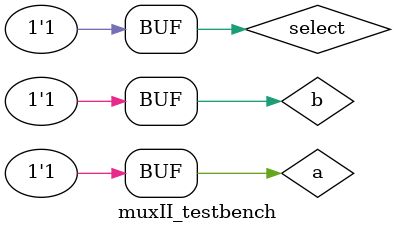
<source format=v>
`define DELAY 20
module muxII_testbench(); 
reg a, b, select;
wire result;

muxII io (result, a, b, select);

initial begin
a = 1'b0; b = 1'b0; select = 1'b0;
#`DELAY;
a = 1'b0; b = 1'b0; select = 1'b1;
#`DELAY;
a = 1'b0; b = 1'b1; select = 1'b0;
#`DELAY;
a = 1'b0; b = 1'b1; select = 1'b1;
#`DELAY;
a = 1'b1; b = 1'b0; select = 1'b0;
#`DELAY;
a = 1'b1; b = 1'b0; select = 1'b1;
#`DELAY;
a = 1'b1; b = 1'b1; select = 1'b0;
#`DELAY;
a = 1'b1; b = 1'b1; select = 1'b1;
end
 
 
initial
begin
$monitor("time = %2d, a =%1b, b=%1b, select=%1b, result=%1b", $time, a, b, select, result);
end
 
endmodule
</source>
